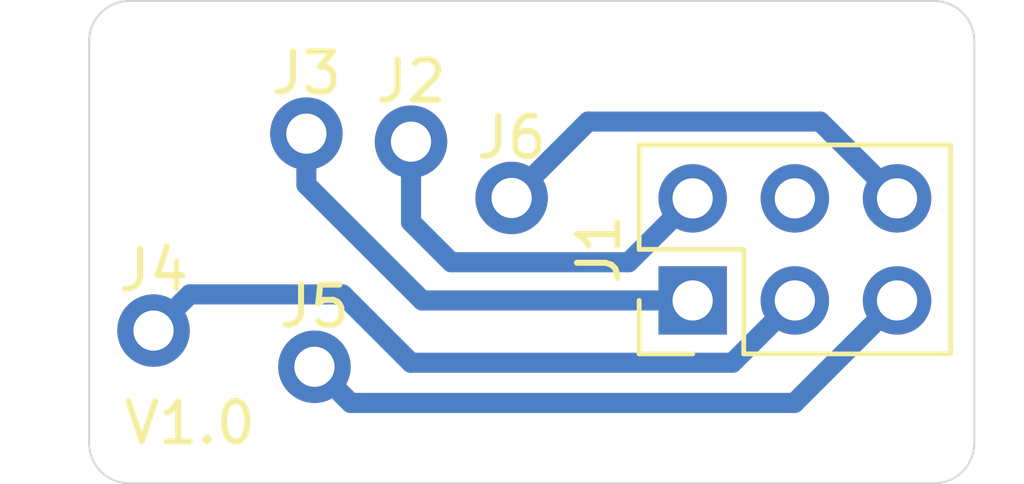
<source format=kicad_pcb>
(kicad_pcb (version 20171130) (host pcbnew 5.1.9)

  (general
    (thickness 1.6)
    (drawings 9)
    (tracks 18)
    (zones 0)
    (modules 6)
    (nets 7)
  )

  (page A)
  (title_block
    (date 2020-12-20)
  )

  (layers
    (0 F.Cu signal)
    (31 B.Cu signal)
    (32 B.Adhes user hide)
    (33 F.Adhes user hide)
    (34 B.Paste user hide)
    (35 F.Paste user)
    (36 B.SilkS user)
    (37 F.SilkS user)
    (38 B.Mask user)
    (39 F.Mask user)
    (40 Dwgs.User user)
    (41 Cmts.User user hide)
    (42 Eco1.User user hide)
    (43 Eco2.User user hide)
    (44 Edge.Cuts user)
    (45 Margin user hide)
    (46 B.CrtYd user)
    (47 F.CrtYd user)
    (48 B.Fab user)
    (49 F.Fab user)
  )

  (setup
    (last_trace_width 1)
    (user_trace_width 0.3)
    (user_trace_width 0.5)
    (user_trace_width 1)
    (user_trace_width 3.5)
    (trace_clearance 0.2)
    (zone_clearance 0.25)
    (zone_45_only no)
    (trace_min 0.2)
    (via_size 0.8)
    (via_drill 0.4)
    (via_min_size 0.4)
    (via_min_drill 0.3)
    (uvia_size 0.3)
    (uvia_drill 0.1)
    (uvias_allowed no)
    (uvia_min_size 0.2)
    (uvia_min_drill 0.1)
    (edge_width 0.05)
    (segment_width 0.2)
    (pcb_text_width 0.3)
    (pcb_text_size 1.5 1.5)
    (mod_edge_width 0.12)
    (mod_text_size 1 1)
    (mod_text_width 0.15)
    (pad_size 1.524 1.524)
    (pad_drill 0.762)
    (pad_to_mask_clearance 0)
    (aux_axis_origin 123 131)
    (visible_elements FFFFFFFF)
    (pcbplotparams
      (layerselection 0x01000_fffffffe)
      (usegerberextensions false)
      (usegerberattributes true)
      (usegerberadvancedattributes true)
      (creategerberjobfile true)
      (excludeedgelayer true)
      (linewidth 0.100000)
      (plotframeref false)
      (viasonmask false)
      (mode 1)
      (useauxorigin true)
      (hpglpennumber 1)
      (hpglpenspeed 20)
      (hpglpendiameter 15.000000)
      (psnegative false)
      (psa4output false)
      (plotreference true)
      (plotvalue true)
      (plotinvisibletext false)
      (padsonsilk false)
      (subtractmaskfromsilk false)
      (outputformat 1)
      (mirror false)
      (drillshape 0)
      (scaleselection 1)
      (outputdirectory "gerber/"))
  )

  (net 0 "")
  (net 1 /PB0)
  (net 2 /PB1)
  (net 3 /PB3)
  (net 4 /GND)
  (net 5 "Net-(J1-Pad4)")
  (net 6 /Vcc)

  (net_class Default "This is the default net class."
    (clearance 0.2)
    (trace_width 0.25)
    (via_dia 0.8)
    (via_drill 0.4)
    (uvia_dia 0.3)
    (uvia_drill 0.1)
    (add_net /GND)
    (add_net /PB0)
    (add_net /PB1)
    (add_net /PB3)
    (add_net /Vcc)
    (add_net "Net-(J1-Pad4)")
  )

  (module pl_pogo:pl_pogo_D1mm (layer F.Cu) (tedit 5FEFB91C) (tstamp 5FEFBDE3)
    (at 110.5 136.9)
    (path /5FEFDEB7)
    (fp_text reference J6 (at 0 -1.5) (layer F.SilkS)
      (effects (font (size 1 1) (thickness 0.15)))
    )
    (fp_text value POGO_PIN (at 0 -0.5) (layer F.Fab)
      (effects (font (size 1 1) (thickness 0.15)))
    )
    (pad 1 thru_hole circle (at 0 0) (size 1.8 1.8) (drill 1) (layers *.Cu *.Mask)
      (net 4 /GND))
    (model ${KIPRJMOD}/3d_models/pl_pogo.3dshapes/pl_pogo_1mmDia_16mmL.step
      (at (xyz 0 0 0))
      (scale (xyz 1 1 1))
      (rotate (xyz 0 0 0))
    )
  )

  (module pl_pogo:pl_pogo_D1mm (layer F.Cu) (tedit 5FEFB91C) (tstamp 5FEFBDDE)
    (at 105.6 141.1)
    (path /5FEFDB1E)
    (fp_text reference J5 (at 0 -1.5) (layer F.SilkS)
      (effects (font (size 1 1) (thickness 0.15)))
    )
    (fp_text value POGO_PIN (at 0 -0.5) (layer F.Fab)
      (effects (font (size 1 1) (thickness 0.15)))
    )
    (pad 1 thru_hole circle (at 0 0) (size 1.8 1.8) (drill 1) (layers *.Cu *.Mask)
      (net 3 /PB3))
    (model ${KIPRJMOD}/3d_models/pl_pogo.3dshapes/pl_pogo_1mmDia_16mmL.step
      (at (xyz 0 0 0))
      (scale (xyz 1 1 1))
      (rotate (xyz 0 0 0))
    )
  )

  (module pl_pogo:pl_pogo_D1mm (layer F.Cu) (tedit 5FEFB91C) (tstamp 5FEFBDD9)
    (at 101.6 140.2)
    (path /5FEFC58E)
    (fp_text reference J4 (at 0 -1.5) (layer F.SilkS)
      (effects (font (size 1 1) (thickness 0.15)))
    )
    (fp_text value POGO_PIN (at 0 -0.5) (layer F.Fab)
      (effects (font (size 1 1) (thickness 0.15)))
    )
    (pad 1 thru_hole circle (at 0 0) (size 1.8 1.8) (drill 1) (layers *.Cu *.Mask)
      (net 2 /PB1))
    (model ${KIPRJMOD}/3d_models/pl_pogo.3dshapes/pl_pogo_1mmDia_16mmL.step
      (at (xyz 0 0 0))
      (scale (xyz 1 1 1))
      (rotate (xyz 0 0 0))
    )
  )

  (module pl_pogo:pl_pogo_D1mm (layer F.Cu) (tedit 5FEFB91C) (tstamp 5FEFBDD4)
    (at 105.4 135.3)
    (path /5FEFC463)
    (fp_text reference J3 (at 0 -1.5) (layer F.SilkS)
      (effects (font (size 1 1) (thickness 0.15)))
    )
    (fp_text value POGO_PIN (at 0 -0.5) (layer F.Fab)
      (effects (font (size 1 1) (thickness 0.15)))
    )
    (pad 1 thru_hole circle (at 0 0) (size 1.8 1.8) (drill 1) (layers *.Cu *.Mask)
      (net 1 /PB0))
    (model ${KIPRJMOD}/3d_models/pl_pogo.3dshapes/pl_pogo_1mmDia_16mmL.step
      (at (xyz 0 0 0))
      (scale (xyz 1 1 1))
      (rotate (xyz 0 0 0))
    )
  )

  (module pl_pogo:pl_pogo_D1mm (layer F.Cu) (tedit 5FEFB91C) (tstamp 5FEFBDCF)
    (at 108 135.5)
    (path /5FEFBF44)
    (fp_text reference J2 (at 0 -1.5) (layer F.SilkS)
      (effects (font (size 1 1) (thickness 0.15)))
    )
    (fp_text value POGO_PIN (at 0 -0.5) (layer F.Fab)
      (effects (font (size 1 1) (thickness 0.15)))
    )
    (pad 1 thru_hole circle (at 0 0) (size 1.8 1.8) (drill 1) (layers *.Cu *.Mask)
      (net 6 /Vcc))
    (model ${KIPRJMOD}/3d_models/pl_pogo.3dshapes/pl_pogo_1mmDia_16mmL.step
      (at (xyz 0 0 0))
      (scale (xyz 1 1 1))
      (rotate (xyz 0 0 0))
    )
  )

  (module Connector_PinHeader_2.54mm:PinHeader_2x03_P2.54mm_Vertical (layer F.Cu) (tedit 59FED5CC) (tstamp 5FEFC2E1)
    (at 115 139.45 90)
    (descr "Through hole straight pin header, 2x03, 2.54mm pitch, double rows")
    (tags "Through hole pin header THT 2x03 2.54mm double row")
    (path /5FEFB34C)
    (fp_text reference J1 (at 1.27 -2.33 90) (layer F.SilkS)
      (effects (font (size 1 1) (thickness 0.15)))
    )
    (fp_text value AVR-TPI-6 (at 1.27 7.41 90) (layer F.Fab)
      (effects (font (size 1 1) (thickness 0.15)))
    )
    (fp_text user %R (at 1.27 2.54) (layer F.Fab)
      (effects (font (size 1 1) (thickness 0.15)))
    )
    (fp_line (start 0 -1.27) (end 3.81 -1.27) (layer F.Fab) (width 0.1))
    (fp_line (start 3.81 -1.27) (end 3.81 6.35) (layer F.Fab) (width 0.1))
    (fp_line (start 3.81 6.35) (end -1.27 6.35) (layer F.Fab) (width 0.1))
    (fp_line (start -1.27 6.35) (end -1.27 0) (layer F.Fab) (width 0.1))
    (fp_line (start -1.27 0) (end 0 -1.27) (layer F.Fab) (width 0.1))
    (fp_line (start -1.33 6.41) (end 3.87 6.41) (layer F.SilkS) (width 0.12))
    (fp_line (start -1.33 1.27) (end -1.33 6.41) (layer F.SilkS) (width 0.12))
    (fp_line (start 3.87 -1.33) (end 3.87 6.41) (layer F.SilkS) (width 0.12))
    (fp_line (start -1.33 1.27) (end 1.27 1.27) (layer F.SilkS) (width 0.12))
    (fp_line (start 1.27 1.27) (end 1.27 -1.33) (layer F.SilkS) (width 0.12))
    (fp_line (start 1.27 -1.33) (end 3.87 -1.33) (layer F.SilkS) (width 0.12))
    (fp_line (start -1.33 0) (end -1.33 -1.33) (layer F.SilkS) (width 0.12))
    (fp_line (start -1.33 -1.33) (end 0 -1.33) (layer F.SilkS) (width 0.12))
    (fp_line (start -1.8 -1.8) (end -1.8 6.85) (layer F.CrtYd) (width 0.05))
    (fp_line (start -1.8 6.85) (end 4.35 6.85) (layer F.CrtYd) (width 0.05))
    (fp_line (start 4.35 6.85) (end 4.35 -1.8) (layer F.CrtYd) (width 0.05))
    (fp_line (start 4.35 -1.8) (end -1.8 -1.8) (layer F.CrtYd) (width 0.05))
    (pad 6 thru_hole oval (at 2.54 5.08 90) (size 1.7 1.7) (drill 1) (layers *.Cu *.Mask)
      (net 4 /GND))
    (pad 5 thru_hole oval (at 0 5.08 90) (size 1.7 1.7) (drill 1) (layers *.Cu *.Mask)
      (net 3 /PB3))
    (pad 4 thru_hole oval (at 2.54 2.54 90) (size 1.7 1.7) (drill 1) (layers *.Cu *.Mask)
      (net 5 "Net-(J1-Pad4)"))
    (pad 3 thru_hole oval (at 0 2.54 90) (size 1.7 1.7) (drill 1) (layers *.Cu *.Mask)
      (net 2 /PB1))
    (pad 2 thru_hole oval (at 2.54 0 90) (size 1.7 1.7) (drill 1) (layers *.Cu *.Mask)
      (net 6 /Vcc))
    (pad 1 thru_hole rect (at 0 0 90) (size 1.7 1.7) (drill 1) (layers *.Cu *.Mask)
      (net 1 /PB0))
    (model ${KISYS3DMOD}/Connector_PinHeader_2.54mm.3dshapes/PinHeader_2x03_P2.54mm_Vertical.wrl
      (at (xyz 0 0 0))
      (scale (xyz 1 1 1))
      (rotate (xyz 0 0 0))
    )
  )

  (gr_text V1.0 (at 102.5 142.5) (layer F.SilkS)
    (effects (font (size 1 1) (thickness 0.15)))
  )
  (gr_arc (start 101 143) (end 100 143) (angle -90) (layer Edge.Cuts) (width 0.05))
  (gr_arc (start 121 143) (end 121 144) (angle -90) (layer Edge.Cuts) (width 0.05))
  (gr_arc (start 121 133) (end 122 133) (angle -90) (layer Edge.Cuts) (width 0.05))
  (gr_arc (start 101 133) (end 101 132) (angle -90) (layer Edge.Cuts) (width 0.05))
  (gr_line (start 122 143) (end 122 133) (layer Edge.Cuts) (width 0.05) (tstamp 5FDE8CD8))
  (gr_line (start 100 143) (end 100 133) (layer Edge.Cuts) (width 0.05) (tstamp 5FB03EFE))
  (gr_line (start 121 144) (end 101 144) (layer Edge.Cuts) (width 0.05))
  (gr_line (start 101 132) (end 121 132) (layer Edge.Cuts) (width 0.05) (tstamp 5FDEA00F))

  (segment (start 108.277208 139.45) (end 105.4 136.572792) (width 0.5) (layer B.Cu) (net 1))
  (segment (start 115 139.45) (end 108.277208 139.45) (width 0.5) (layer B.Cu) (net 1))
  (segment (start 105.4 136.572792) (end 105.4 135.3) (width 0.5) (layer B.Cu) (net 1))
  (segment (start 102.499999 139.300001) (end 101.6 140.2) (width 0.5) (layer B.Cu) (net 2))
  (segment (start 106.299002 139.300001) (end 102.499999 139.300001) (width 0.5) (layer B.Cu) (net 2))
  (segment (start 107.999001 141) (end 106.299002 139.300001) (width 0.5) (layer B.Cu) (net 2))
  (segment (start 115.99 141) (end 107.999001 141) (width 0.5) (layer B.Cu) (net 2))
  (segment (start 117.54 139.45) (end 115.99 141) (width 0.5) (layer B.Cu) (net 2))
  (segment (start 106.5 142) (end 105.6 141.1) (width 0.5) (layer B.Cu) (net 3))
  (segment (start 117.53 142) (end 106.5 142) (width 0.5) (layer B.Cu) (net 3))
  (segment (start 120.08 139.45) (end 117.53 142) (width 0.5) (layer B.Cu) (net 3))
  (segment (start 118.17 135) (end 112.4 135) (width 0.5) (layer B.Cu) (net 4))
  (segment (start 112.4 135) (end 110.5 136.9) (width 0.5) (layer B.Cu) (net 4))
  (segment (start 120.08 136.91) (end 118.17 135) (width 0.5) (layer B.Cu) (net 4))
  (segment (start 108 137.5) (end 108 135.5) (width 0.5) (layer B.Cu) (net 6))
  (segment (start 109 138.5) (end 108 137.5) (width 0.5) (layer B.Cu) (net 6))
  (segment (start 113.41 138.5) (end 109 138.5) (width 0.5) (layer B.Cu) (net 6))
  (segment (start 115 136.91) (end 113.41 138.5) (width 0.5) (layer B.Cu) (net 6))

)

</source>
